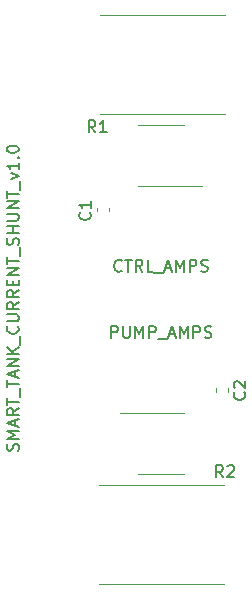
<source format=gbr>
%TF.GenerationSoftware,KiCad,Pcbnew,(5.1.10)-1*%
%TF.CreationDate,2021-07-20T09:59:38-04:00*%
%TF.ProjectId,Smart Tank Current Shunt,536d6172-7420-4546-916e-6b2043757272,rev?*%
%TF.SameCoordinates,Original*%
%TF.FileFunction,Legend,Top*%
%TF.FilePolarity,Positive*%
%FSLAX46Y46*%
G04 Gerber Fmt 4.6, Leading zero omitted, Abs format (unit mm)*
G04 Created by KiCad (PCBNEW (5.1.10)-1) date 2021-07-20 09:59:38*
%MOMM*%
%LPD*%
G01*
G04 APERTURE LIST*
%ADD10C,0.150000*%
%ADD11C,0.120000*%
G04 APERTURE END LIST*
D10*
X114104761Y-105604761D02*
X114152380Y-105461904D01*
X114152380Y-105223809D01*
X114104761Y-105128571D01*
X114057142Y-105080952D01*
X113961904Y-105033333D01*
X113866666Y-105033333D01*
X113771428Y-105080952D01*
X113723809Y-105128571D01*
X113676190Y-105223809D01*
X113628571Y-105414285D01*
X113580952Y-105509523D01*
X113533333Y-105557142D01*
X113438095Y-105604761D01*
X113342857Y-105604761D01*
X113247619Y-105557142D01*
X113200000Y-105509523D01*
X113152380Y-105414285D01*
X113152380Y-105176190D01*
X113200000Y-105033333D01*
X114152380Y-104604761D02*
X113152380Y-104604761D01*
X113866666Y-104271428D01*
X113152380Y-103938095D01*
X114152380Y-103938095D01*
X113866666Y-103509523D02*
X113866666Y-103033333D01*
X114152380Y-103604761D02*
X113152380Y-103271428D01*
X114152380Y-102938095D01*
X114152380Y-102033333D02*
X113676190Y-102366666D01*
X114152380Y-102604761D02*
X113152380Y-102604761D01*
X113152380Y-102223809D01*
X113200000Y-102128571D01*
X113247619Y-102080952D01*
X113342857Y-102033333D01*
X113485714Y-102033333D01*
X113580952Y-102080952D01*
X113628571Y-102128571D01*
X113676190Y-102223809D01*
X113676190Y-102604761D01*
X113152380Y-101747619D02*
X113152380Y-101176190D01*
X114152380Y-101461904D02*
X113152380Y-101461904D01*
X114247619Y-101080952D02*
X114247619Y-100319047D01*
X113152380Y-100223809D02*
X113152380Y-99652380D01*
X114152380Y-99938095D02*
X113152380Y-99938095D01*
X113866666Y-99366666D02*
X113866666Y-98890476D01*
X114152380Y-99461904D02*
X113152380Y-99128571D01*
X114152380Y-98795238D01*
X114152380Y-98461904D02*
X113152380Y-98461904D01*
X114152380Y-97890476D01*
X113152380Y-97890476D01*
X114152380Y-97414285D02*
X113152380Y-97414285D01*
X114152380Y-96842857D02*
X113580952Y-97271428D01*
X113152380Y-96842857D02*
X113723809Y-97414285D01*
X114247619Y-96652380D02*
X114247619Y-95890476D01*
X114057142Y-95080952D02*
X114104761Y-95128571D01*
X114152380Y-95271428D01*
X114152380Y-95366666D01*
X114104761Y-95509523D01*
X114009523Y-95604761D01*
X113914285Y-95652380D01*
X113723809Y-95700000D01*
X113580952Y-95700000D01*
X113390476Y-95652380D01*
X113295238Y-95604761D01*
X113200000Y-95509523D01*
X113152380Y-95366666D01*
X113152380Y-95271428D01*
X113200000Y-95128571D01*
X113247619Y-95080952D01*
X113152380Y-94652380D02*
X113961904Y-94652380D01*
X114057142Y-94604761D01*
X114104761Y-94557142D01*
X114152380Y-94461904D01*
X114152380Y-94271428D01*
X114104761Y-94176190D01*
X114057142Y-94128571D01*
X113961904Y-94080952D01*
X113152380Y-94080952D01*
X114152380Y-93033333D02*
X113676190Y-93366666D01*
X114152380Y-93604761D02*
X113152380Y-93604761D01*
X113152380Y-93223809D01*
X113200000Y-93128571D01*
X113247619Y-93080952D01*
X113342857Y-93033333D01*
X113485714Y-93033333D01*
X113580952Y-93080952D01*
X113628571Y-93128571D01*
X113676190Y-93223809D01*
X113676190Y-93604761D01*
X114152380Y-92033333D02*
X113676190Y-92366666D01*
X114152380Y-92604761D02*
X113152380Y-92604761D01*
X113152380Y-92223809D01*
X113200000Y-92128571D01*
X113247619Y-92080952D01*
X113342857Y-92033333D01*
X113485714Y-92033333D01*
X113580952Y-92080952D01*
X113628571Y-92128571D01*
X113676190Y-92223809D01*
X113676190Y-92604761D01*
X113628571Y-91604761D02*
X113628571Y-91271428D01*
X114152380Y-91128571D02*
X114152380Y-91604761D01*
X113152380Y-91604761D01*
X113152380Y-91128571D01*
X114152380Y-90700000D02*
X113152380Y-90700000D01*
X114152380Y-90128571D01*
X113152380Y-90128571D01*
X113152380Y-89795238D02*
X113152380Y-89223809D01*
X114152380Y-89509523D02*
X113152380Y-89509523D01*
X114247619Y-89128571D02*
X114247619Y-88366666D01*
X114104761Y-88176190D02*
X114152380Y-88033333D01*
X114152380Y-87795238D01*
X114104761Y-87700000D01*
X114057142Y-87652380D01*
X113961904Y-87604761D01*
X113866666Y-87604761D01*
X113771428Y-87652380D01*
X113723809Y-87700000D01*
X113676190Y-87795238D01*
X113628571Y-87985714D01*
X113580952Y-88080952D01*
X113533333Y-88128571D01*
X113438095Y-88176190D01*
X113342857Y-88176190D01*
X113247619Y-88128571D01*
X113200000Y-88080952D01*
X113152380Y-87985714D01*
X113152380Y-87747619D01*
X113200000Y-87604761D01*
X114152380Y-87176190D02*
X113152380Y-87176190D01*
X113628571Y-87176190D02*
X113628571Y-86604761D01*
X114152380Y-86604761D02*
X113152380Y-86604761D01*
X113152380Y-86128571D02*
X113961904Y-86128571D01*
X114057142Y-86080952D01*
X114104761Y-86033333D01*
X114152380Y-85938095D01*
X114152380Y-85747619D01*
X114104761Y-85652380D01*
X114057142Y-85604761D01*
X113961904Y-85557142D01*
X113152380Y-85557142D01*
X114152380Y-85080952D02*
X113152380Y-85080952D01*
X114152380Y-84509523D01*
X113152380Y-84509523D01*
X113152380Y-84176190D02*
X113152380Y-83604761D01*
X114152380Y-83890476D02*
X113152380Y-83890476D01*
X114247619Y-83509523D02*
X114247619Y-82747619D01*
X113485714Y-82604761D02*
X114152380Y-82366666D01*
X113485714Y-82128571D01*
X114152380Y-81223809D02*
X114152380Y-81795238D01*
X114152380Y-81509523D02*
X113152380Y-81509523D01*
X113295238Y-81604761D01*
X113390476Y-81700000D01*
X113438095Y-81795238D01*
X114057142Y-80795238D02*
X114104761Y-80747619D01*
X114152380Y-80795238D01*
X114104761Y-80842857D01*
X114057142Y-80795238D01*
X114152380Y-80795238D01*
X113152380Y-80128571D02*
X113152380Y-80033333D01*
X113200000Y-79938095D01*
X113247619Y-79890476D01*
X113342857Y-79842857D01*
X113533333Y-79795238D01*
X113771428Y-79795238D01*
X113961904Y-79842857D01*
X114057142Y-79890476D01*
X114104761Y-79938095D01*
X114152380Y-80033333D01*
X114152380Y-80128571D01*
X114104761Y-80223809D01*
X114057142Y-80271428D01*
X113961904Y-80319047D01*
X113771428Y-80366666D01*
X113533333Y-80366666D01*
X113342857Y-80319047D01*
X113247619Y-80271428D01*
X113200000Y-80223809D01*
X113152380Y-80128571D01*
D11*
%TO.C,C1*%
X120790000Y-85034420D02*
X120790000Y-85315580D01*
X121810000Y-85034420D02*
X121810000Y-85315580D01*
%TO.C,C2*%
X130890000Y-100615580D02*
X130890000Y-100334420D01*
X131910000Y-100615580D02*
X131910000Y-100334420D01*
%TO.C,CTRL_AMPS*%
X126200000Y-83160000D02*
X129650000Y-83160000D01*
X126200000Y-83160000D02*
X124250000Y-83160000D01*
X126200000Y-78040000D02*
X128150000Y-78040000D01*
X126200000Y-78040000D02*
X124250000Y-78040000D01*
%TO.C,PUMP_AMPS*%
X126200000Y-107560000D02*
X128150000Y-107560000D01*
X126200000Y-107560000D02*
X124250000Y-107560000D01*
X126200000Y-102440000D02*
X128150000Y-102440000D01*
X126200000Y-102440000D02*
X122750000Y-102440000D01*
%TO.C,R1*%
X131600000Y-77100000D02*
X121000000Y-77100000D01*
X131600000Y-68700000D02*
X121000000Y-68700000D01*
%TO.C,R2*%
X120970000Y-116900000D02*
X131570000Y-116900000D01*
X120970000Y-108500000D02*
X131570000Y-108500000D01*
%TO.C,C1*%
D10*
X120157142Y-85441666D02*
X120204761Y-85489285D01*
X120252380Y-85632142D01*
X120252380Y-85727380D01*
X120204761Y-85870238D01*
X120109523Y-85965476D01*
X120014285Y-86013095D01*
X119823809Y-86060714D01*
X119680952Y-86060714D01*
X119490476Y-86013095D01*
X119395238Y-85965476D01*
X119300000Y-85870238D01*
X119252380Y-85727380D01*
X119252380Y-85632142D01*
X119300000Y-85489285D01*
X119347619Y-85441666D01*
X120252380Y-84489285D02*
X120252380Y-85060714D01*
X120252380Y-84775000D02*
X119252380Y-84775000D01*
X119395238Y-84870238D01*
X119490476Y-84965476D01*
X119538095Y-85060714D01*
%TO.C,C2*%
X133257142Y-100666666D02*
X133304761Y-100714285D01*
X133352380Y-100857142D01*
X133352380Y-100952380D01*
X133304761Y-101095238D01*
X133209523Y-101190476D01*
X133114285Y-101238095D01*
X132923809Y-101285714D01*
X132780952Y-101285714D01*
X132590476Y-101238095D01*
X132495238Y-101190476D01*
X132400000Y-101095238D01*
X132352380Y-100952380D01*
X132352380Y-100857142D01*
X132400000Y-100714285D01*
X132447619Y-100666666D01*
X132447619Y-100285714D02*
X132400000Y-100238095D01*
X132352380Y-100142857D01*
X132352380Y-99904761D01*
X132400000Y-99809523D01*
X132447619Y-99761904D01*
X132542857Y-99714285D01*
X132638095Y-99714285D01*
X132780952Y-99761904D01*
X133352380Y-100333333D01*
X133352380Y-99714285D01*
%TO.C,CTRL_AMPS*%
X122866666Y-90357142D02*
X122819047Y-90404761D01*
X122676190Y-90452380D01*
X122580952Y-90452380D01*
X122438095Y-90404761D01*
X122342857Y-90309523D01*
X122295238Y-90214285D01*
X122247619Y-90023809D01*
X122247619Y-89880952D01*
X122295238Y-89690476D01*
X122342857Y-89595238D01*
X122438095Y-89500000D01*
X122580952Y-89452380D01*
X122676190Y-89452380D01*
X122819047Y-89500000D01*
X122866666Y-89547619D01*
X123152380Y-89452380D02*
X123723809Y-89452380D01*
X123438095Y-90452380D02*
X123438095Y-89452380D01*
X124628571Y-90452380D02*
X124295238Y-89976190D01*
X124057142Y-90452380D02*
X124057142Y-89452380D01*
X124438095Y-89452380D01*
X124533333Y-89500000D01*
X124580952Y-89547619D01*
X124628571Y-89642857D01*
X124628571Y-89785714D01*
X124580952Y-89880952D01*
X124533333Y-89928571D01*
X124438095Y-89976190D01*
X124057142Y-89976190D01*
X125533333Y-90452380D02*
X125057142Y-90452380D01*
X125057142Y-89452380D01*
X125628571Y-90547619D02*
X126390476Y-90547619D01*
X126580952Y-90166666D02*
X127057142Y-90166666D01*
X126485714Y-90452380D02*
X126819047Y-89452380D01*
X127152380Y-90452380D01*
X127485714Y-90452380D02*
X127485714Y-89452380D01*
X127819047Y-90166666D01*
X128152380Y-89452380D01*
X128152380Y-90452380D01*
X128628571Y-90452380D02*
X128628571Y-89452380D01*
X129009523Y-89452380D01*
X129104761Y-89500000D01*
X129152380Y-89547619D01*
X129200000Y-89642857D01*
X129200000Y-89785714D01*
X129152380Y-89880952D01*
X129104761Y-89928571D01*
X129009523Y-89976190D01*
X128628571Y-89976190D01*
X129580952Y-90404761D02*
X129723809Y-90452380D01*
X129961904Y-90452380D01*
X130057142Y-90404761D01*
X130104761Y-90357142D01*
X130152380Y-90261904D01*
X130152380Y-90166666D01*
X130104761Y-90071428D01*
X130057142Y-90023809D01*
X129961904Y-89976190D01*
X129771428Y-89928571D01*
X129676190Y-89880952D01*
X129628571Y-89833333D01*
X129580952Y-89738095D01*
X129580952Y-89642857D01*
X129628571Y-89547619D01*
X129676190Y-89500000D01*
X129771428Y-89452380D01*
X130009523Y-89452380D01*
X130152380Y-89500000D01*
%TO.C,PUMP_AMPS*%
X121985714Y-96052380D02*
X121985714Y-95052380D01*
X122366666Y-95052380D01*
X122461904Y-95100000D01*
X122509523Y-95147619D01*
X122557142Y-95242857D01*
X122557142Y-95385714D01*
X122509523Y-95480952D01*
X122461904Y-95528571D01*
X122366666Y-95576190D01*
X121985714Y-95576190D01*
X122985714Y-95052380D02*
X122985714Y-95861904D01*
X123033333Y-95957142D01*
X123080952Y-96004761D01*
X123176190Y-96052380D01*
X123366666Y-96052380D01*
X123461904Y-96004761D01*
X123509523Y-95957142D01*
X123557142Y-95861904D01*
X123557142Y-95052380D01*
X124033333Y-96052380D02*
X124033333Y-95052380D01*
X124366666Y-95766666D01*
X124700000Y-95052380D01*
X124700000Y-96052380D01*
X125176190Y-96052380D02*
X125176190Y-95052380D01*
X125557142Y-95052380D01*
X125652380Y-95100000D01*
X125700000Y-95147619D01*
X125747619Y-95242857D01*
X125747619Y-95385714D01*
X125700000Y-95480952D01*
X125652380Y-95528571D01*
X125557142Y-95576190D01*
X125176190Y-95576190D01*
X125938095Y-96147619D02*
X126700000Y-96147619D01*
X126890476Y-95766666D02*
X127366666Y-95766666D01*
X126795238Y-96052380D02*
X127128571Y-95052380D01*
X127461904Y-96052380D01*
X127795238Y-96052380D02*
X127795238Y-95052380D01*
X128128571Y-95766666D01*
X128461904Y-95052380D01*
X128461904Y-96052380D01*
X128938095Y-96052380D02*
X128938095Y-95052380D01*
X129319047Y-95052380D01*
X129414285Y-95100000D01*
X129461904Y-95147619D01*
X129509523Y-95242857D01*
X129509523Y-95385714D01*
X129461904Y-95480952D01*
X129414285Y-95528571D01*
X129319047Y-95576190D01*
X128938095Y-95576190D01*
X129890476Y-96004761D02*
X130033333Y-96052380D01*
X130271428Y-96052380D01*
X130366666Y-96004761D01*
X130414285Y-95957142D01*
X130461904Y-95861904D01*
X130461904Y-95766666D01*
X130414285Y-95671428D01*
X130366666Y-95623809D01*
X130271428Y-95576190D01*
X130080952Y-95528571D01*
X129985714Y-95480952D01*
X129938095Y-95433333D01*
X129890476Y-95338095D01*
X129890476Y-95242857D01*
X129938095Y-95147619D01*
X129985714Y-95100000D01*
X130080952Y-95052380D01*
X130319047Y-95052380D01*
X130461904Y-95100000D01*
%TO.C,R1*%
X120633333Y-78652380D02*
X120300000Y-78176190D01*
X120061904Y-78652380D02*
X120061904Y-77652380D01*
X120442857Y-77652380D01*
X120538095Y-77700000D01*
X120585714Y-77747619D01*
X120633333Y-77842857D01*
X120633333Y-77985714D01*
X120585714Y-78080952D01*
X120538095Y-78128571D01*
X120442857Y-78176190D01*
X120061904Y-78176190D01*
X121585714Y-78652380D02*
X121014285Y-78652380D01*
X121300000Y-78652380D02*
X121300000Y-77652380D01*
X121204761Y-77795238D01*
X121109523Y-77890476D01*
X121014285Y-77938095D01*
%TO.C,R2*%
X131433333Y-107852380D02*
X131100000Y-107376190D01*
X130861904Y-107852380D02*
X130861904Y-106852380D01*
X131242857Y-106852380D01*
X131338095Y-106900000D01*
X131385714Y-106947619D01*
X131433333Y-107042857D01*
X131433333Y-107185714D01*
X131385714Y-107280952D01*
X131338095Y-107328571D01*
X131242857Y-107376190D01*
X130861904Y-107376190D01*
X131814285Y-106947619D02*
X131861904Y-106900000D01*
X131957142Y-106852380D01*
X132195238Y-106852380D01*
X132290476Y-106900000D01*
X132338095Y-106947619D01*
X132385714Y-107042857D01*
X132385714Y-107138095D01*
X132338095Y-107280952D01*
X131766666Y-107852380D01*
X132385714Y-107852380D01*
%TD*%
M02*

</source>
